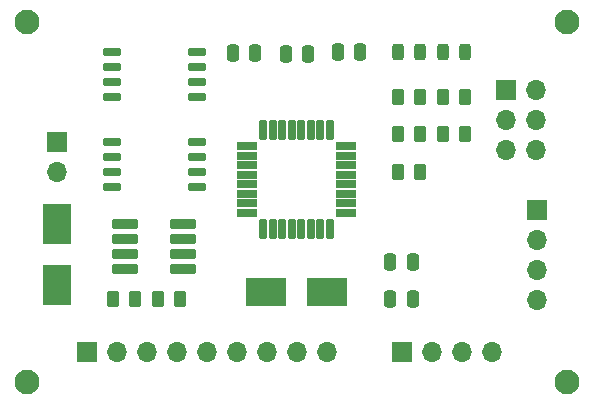
<source format=gts>
%TF.GenerationSoftware,KiCad,Pcbnew,7.0.10*%
%TF.CreationDate,2024-01-19T04:31:44-05:00*%
%TF.ProjectId,Dattalogger_Board,44617474-616c-46f6-9767-65725f426f61,1*%
%TF.SameCoordinates,Original*%
%TF.FileFunction,Soldermask,Top*%
%TF.FilePolarity,Negative*%
%FSLAX46Y46*%
G04 Gerber Fmt 4.6, Leading zero omitted, Abs format (unit mm)*
G04 Created by KiCad (PCBNEW 7.0.10) date 2024-01-19 04:31:44*
%MOMM*%
%LPD*%
G01*
G04 APERTURE LIST*
G04 Aperture macros list*
%AMRoundRect*
0 Rectangle with rounded corners*
0 $1 Rounding radius*
0 $2 $3 $4 $5 $6 $7 $8 $9 X,Y pos of 4 corners*
0 Add a 4 corners polygon primitive as box body*
4,1,4,$2,$3,$4,$5,$6,$7,$8,$9,$2,$3,0*
0 Add four circle primitives for the rounded corners*
1,1,$1+$1,$2,$3*
1,1,$1+$1,$4,$5*
1,1,$1+$1,$6,$7*
1,1,$1+$1,$8,$9*
0 Add four rect primitives between the rounded corners*
20,1,$1+$1,$2,$3,$4,$5,0*
20,1,$1+$1,$4,$5,$6,$7,0*
20,1,$1+$1,$6,$7,$8,$9,0*
20,1,$1+$1,$8,$9,$2,$3,0*%
G04 Aperture macros list end*
%ADD10RoundRect,0.150000X-0.650000X-0.150000X0.650000X-0.150000X0.650000X0.150000X-0.650000X0.150000X0*%
%ADD11RoundRect,0.052780X-0.784220X-0.324220X0.784220X-0.324220X0.784220X0.324220X-0.784220X0.324220X0*%
%ADD12RoundRect,0.135720X-0.241280X-0.701280X0.241280X-0.701280X0.241280X0.701280X-0.241280X0.701280X0*%
%ADD13RoundRect,0.055580X-1.031420X-0.341420X1.031420X-0.341420X1.031420X0.341420X-1.031420X0.341420X0*%
%ADD14R,2.400000X3.500000*%
%ADD15R,3.500000X2.400000*%
%ADD16R,1.700000X1.700000*%
%ADD17O,1.700000X1.700000*%
%ADD18RoundRect,0.250000X-0.262500X-0.450000X0.262500X-0.450000X0.262500X0.450000X-0.262500X0.450000X0*%
%ADD19RoundRect,0.250000X0.262500X0.450000X-0.262500X0.450000X-0.262500X-0.450000X0.262500X-0.450000X0*%
%ADD20RoundRect,0.243750X-0.243750X-0.456250X0.243750X-0.456250X0.243750X0.456250X-0.243750X0.456250X0*%
%ADD21RoundRect,0.250000X0.250000X0.475000X-0.250000X0.475000X-0.250000X-0.475000X0.250000X-0.475000X0*%
%ADD22C,2.100000*%
%ADD23RoundRect,0.250000X-0.250000X-0.475000X0.250000X-0.475000X0.250000X0.475000X-0.250000X0.475000X0*%
G04 APERTURE END LIST*
D10*
%TO.C,U1*%
X136735000Y-73660000D03*
X136735000Y-74930000D03*
X136735000Y-76200000D03*
X136735000Y-77470000D03*
X143935000Y-77470000D03*
X143935000Y-76200000D03*
X143935000Y-74930000D03*
X143935000Y-73660000D03*
%TD*%
D11*
%TO.C,U4*%
X148230000Y-74035000D03*
X148230000Y-74835000D03*
X148230000Y-75635000D03*
X148230000Y-76435000D03*
X148230000Y-77235000D03*
X148230000Y-78035000D03*
X148230000Y-78835000D03*
X148230000Y-79635000D03*
D12*
X149600000Y-81005000D03*
X150400000Y-81005000D03*
X151200000Y-81005000D03*
X152000000Y-81005000D03*
X152800000Y-81005000D03*
X153600000Y-81005000D03*
X154400000Y-81005000D03*
X155200000Y-81005000D03*
D11*
X156570000Y-79635000D03*
X156570000Y-78835000D03*
X156570000Y-78035000D03*
X156570000Y-77235000D03*
X156570000Y-76435000D03*
X156570000Y-75635000D03*
X156570000Y-74835000D03*
X156570000Y-74035000D03*
D12*
X155200000Y-72665000D03*
X154400000Y-72665000D03*
X153600000Y-72665000D03*
X152800000Y-72665000D03*
X152000000Y-72665000D03*
X151200000Y-72665000D03*
X150400000Y-72665000D03*
X149600000Y-72665000D03*
%TD*%
D13*
%TO.C,U2*%
X137860000Y-80645000D03*
X137860000Y-81915000D03*
X137860000Y-83185000D03*
X137860000Y-84455000D03*
X142810000Y-84455000D03*
X142810000Y-83185000D03*
X142810000Y-81915000D03*
X142810000Y-80645000D03*
%TD*%
D10*
%TO.C,U3*%
X136735000Y-66040000D03*
X136735000Y-67310000D03*
X136735000Y-68580000D03*
X136735000Y-69850000D03*
X143935000Y-69850000D03*
X143935000Y-68580000D03*
X143935000Y-67310000D03*
X143935000Y-66040000D03*
%TD*%
D14*
%TO.C,Y1*%
X132080000Y-85785000D03*
X132080000Y-80585000D03*
%TD*%
D15*
%TO.C,Y2*%
X149800000Y-86360000D03*
X155000000Y-86360000D03*
%TD*%
D16*
%TO.C,BT1*%
X132080000Y-73655000D03*
D17*
X132080000Y-76195000D03*
%TD*%
D18*
%TO.C,R5*%
X161012500Y-69850000D03*
X162837500Y-69850000D03*
%TD*%
D19*
%TO.C,R4*%
X162837500Y-73025000D03*
X161012500Y-73025000D03*
%TD*%
%TO.C,R3*%
X161012500Y-76200000D03*
X162837500Y-76200000D03*
%TD*%
D20*
%TO.C,D2*%
X162862500Y-66040000D03*
X160987500Y-66040000D03*
%TD*%
D21*
%TO.C,C4*%
X162240000Y-86995000D03*
X160340000Y-86995000D03*
%TD*%
%TO.C,C2*%
X162240000Y-83820000D03*
X160340000Y-83820000D03*
%TD*%
D19*
%TO.C,R7*%
X164822500Y-69850000D03*
X166647500Y-69850000D03*
%TD*%
D18*
%TO.C,R6*%
X166647500Y-73025000D03*
X164822500Y-73025000D03*
%TD*%
D19*
%TO.C,R2*%
X142517500Y-86995000D03*
X140692500Y-86995000D03*
%TD*%
D18*
%TO.C,R1*%
X136882500Y-86995000D03*
X138707500Y-86995000D03*
%TD*%
D17*
%TO.C,J4*%
X154950000Y-91440000D03*
X152410000Y-91440000D03*
X149870000Y-91440000D03*
X147330000Y-91440000D03*
X144790000Y-91440000D03*
X142250000Y-91440000D03*
X139710000Y-91440000D03*
X137170000Y-91440000D03*
D16*
X134630000Y-91440000D03*
%TD*%
D17*
%TO.C,J3*%
X172715000Y-74310000D03*
X170175000Y-74310000D03*
X172715000Y-71770000D03*
X170175000Y-71770000D03*
X172715000Y-69230000D03*
D16*
X170175000Y-69230000D03*
%TD*%
%TO.C,J2*%
X161300000Y-91440000D03*
D17*
X163840000Y-91440000D03*
X166380000Y-91440000D03*
X168920000Y-91440000D03*
%TD*%
D16*
%TO.C,J1*%
X172720000Y-79385000D03*
D17*
X172720000Y-81925000D03*
X172720000Y-84465000D03*
X172720000Y-87005000D03*
%TD*%
D22*
%TO.C,H4*%
X175260000Y-93980000D03*
%TD*%
%TO.C,H3*%
X175260000Y-63500000D03*
%TD*%
%TO.C,H2*%
X129540000Y-93980000D03*
%TD*%
%TO.C,H1*%
X129540000Y-63500000D03*
%TD*%
D20*
%TO.C,D1*%
X164797500Y-66040000D03*
X166672500Y-66040000D03*
%TD*%
D23*
%TO.C,C5*%
X157795000Y-66040000D03*
X155895000Y-66040000D03*
%TD*%
%TO.C,C3*%
X153380668Y-66192568D03*
X151480668Y-66192568D03*
%TD*%
%TO.C,C1*%
X148905000Y-66155000D03*
X147005000Y-66155000D03*
%TD*%
M02*

</source>
